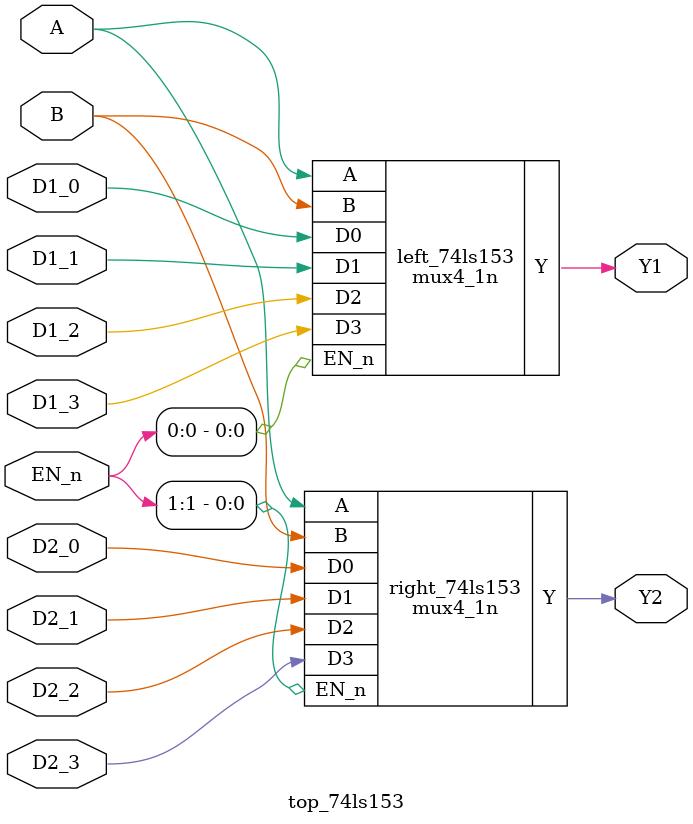
<source format=v>
`timescale 1ns/1ps

`define ASSIGN_UNPACK_ARRAY(PK_LEN, PK_WIDTH, UNPK_DEST, PK_SRC) wire [PK_LEN*PK_WIDTH-1:0] PK_IN_BUS; assign PK_IN_BUS=PK_SRC; generate genvar unpk_idx; for (unpk_idx=0; unpk_idx<PK_LEN; unpk_idx=unpk_idx+1) begin: gen_unpack assign UNPK_DEST[unpk_idx][PK_WIDTH-1:0]=PK_IN_BUS[PK_WIDTH*unpk_idx+:PK_WIDTH]; end endgenerate
`define PACK_ARRAY(PK_LEN, PK_WIDTH, UNPK_SRC) PK_OUT_BUS; wire [PK_LEN*PK_WIDTH-1:0] PK_OUT_BUS; generate genvar pk_idx; for (pk_idx=0; pk_idx<PK_LEN; pk_idx=pk_idx+1) begin: gen_pack assign PK_OUT_BUS[PK_WIDTH*pk_idx+:PK_WIDTH]=UNPK_SRC[pk_idx][PK_WIDTH-1:0]; end endgenerate

/*        _____________
        _|             |_
n_clr1 |_|1          14|_| VCC
        _|             |_                     
d1     |_|2          13|_| n_clr2
        _|             |_
clk1   |_|3          12|_| d2
        _|             |_
n_pre1 |_|4          11|_| clk2
        _|             |_
q1     |_|5          10|_| n_pre2
        _|             |_
n_q1   |_|6           9|_| q2
        _|             |_
GND    |_|7           8|_| n_q2
         |_____________|
*/

module ls74  //not used
(
	input  n_pre1, n_pre2,
	input  n_clr1, n_clr2,
	input  clk1, clk2,
	input  d1, d2,
	output reg q1, q2,
    output n_q1, n_q2
);

always @(posedge clk1 or negedge n_pre1 or negedge n_clr1) begin
	if(!n_pre1)
		q1 <= 1;
	else if(!n_clr1)
		q1 <= 0;
	else
		q1 <= d1;
end
assign n_q1 = ~q1;
	
always @(posedge clk2 or negedge n_pre2 or negedge n_clr2) begin
	if(!n_pre2)
		q2 <= 1;
	else if(!n_clr2)
		q2 <= 0;
	else
		q2 <= d2;
end
assign n_q2 = ~q2;

endmodule

//74LS107 Chip pinout:
/*     _____________
     _|             |_
1J  |_|1          14|_| VCC
     _|             |_                     
1nQ |_|2          13|_| 1nCLR
     _|             |_
1Q  |_|3          12|_| 1CK
     _|             |_
1K  |_|4          11|_| 2K
     _|             |_
2Q  |_|5          10|_| 2nCLR
     _|             |_
2nQ |_|6           9|_| 2CK
     _|             |_
GND |_|7           8|_| 2J
      |_____________|
*/

module ls107(
   input clear, 
   input clk, 
   input j, 
   input k, 
   output reg q, 
   output qnot,
	output reg q_immediate
);

assign qnot=~q;
  always @(posedge clk or negedge clear) begin
	if (!clear) q_immediate<=1'b0; else
		case ({j, k})
		2'b00: q_immediate<=q;
		2'b01: q_immediate<=1'b0;
		2'b10: q_immediate<=1'b1;
		2'b11: q_immediate<=~q;
		endcase
  end
  always @(negedge clk) begin
			q<=q_immediate;
  end
endmodule


//74LS139 Chip pinout:
/*      _____________
      _|             |_
1n_G |_|1          16|_| VCC
      _|             |_                     
1A   |_|2          15|_| 2n_G
      _|             |_
1B   |_|3          14|_| 2A
      _|             |_
1Y0  |_|4          13|_| 2B
      _|             |_
1Y1  |_|5          12|_| 2Y0
      _|             |_
1Y2  |_|6          11|_| 2Y1
      _|             |_
1Y3  |_|7          10|_| 2Y2
      _|             |_
GND  |_|8           9|_| 2Y3
       |_____________|
*/

module ls139 //used
(
	input  		 a,
    input  		 b,
  	input  		 n_g,
  	output [3:0] y
);

  assign y = (!n_g && !a && !b) ? 4'b1110:
    (!n_g && a && !b)  ? 4'b1101:
    (!n_g && !a && b)  ? 4'b1011:
    (!n_g && a && b)   ? 4'b0111:
	4'b1111;
		
endmodule



//Chip pinout:
/*       _____________  
       _|             |_
 D(3) |_|1          16|_| VCC
       _|             |_
 D(2) |_|2          15|_| D(4)
       _|             |_
 D(1) |_|3          14|_| D(5)
       _|             |_
 D(0) |_|4          13|_| D(6)
       _|             |_
   Y  |_|5          12|_| D(7)
       _|             |_
   W  |_|6          11|_| A
       _|             |_
   S  |_|7          10|_| B
       _|             |_
  GND |_|8           9|_| C
        |_____________|
*/

module ttl_74283 #(parameter WIDTH = 4, DELAY_RISE = 0, DELAY_FALL = 0) //used
(
  input [WIDTH-1:0] a,
  input [WIDTH-1:0] b,
  input c_in,
  output [WIDTH-1:0] sum,
  output c_out
);

//------------------------------------------------//
reg [WIDTH-1:0] Sum_computed;
reg C_computed;

always @(*)
begin
  {C_computed, Sum_computed} = {1'b0, a} + {1'b0, b} + c_in;
end
//------------------------------------------------//

assign #(DELAY_RISE, DELAY_FALL) sum = Sum_computed;
assign #(DELAY_RISE, DELAY_FALL) c_out = C_computed;

endmodule


module ls138x ( //used
	input  [2:0] A,
  	input		 nE1,
  	input		 nE2,	
   input		 E3,
  	output [7:0] Y
);

reg [7:0] Q;
wire trigger;
assign trigger = !nE1 & !nE2 & E3;

always @(*) begin

	 if (trigger) begin 
		case (A)
		  3'b000: Q[7:0]=8'b11111110;
		  3'b001: Q[7:0]=8'b11111101;   
		  3'b010: Q[7:0]=8'b11111011;
		  3'b011: Q[7:0]=8'b11110111;    
		  3'b100: Q[7:0]=8'b11101111;
		  3'b101: Q[7:0]=8'b11011111;
		  3'b110: Q[7:0]=8'b10111111;
		  3'b111: Q[7:0]=8'b01111111;           
		  //default: Q[7:0]=8'b11111111;
		endcase

	 end
	 else begin //
		Q[7:0] = 8'b11111111;
	 end
end

assign Y = Q;

endmodule

	



// Dual D flip-flop with set and clear; positive-edge-triggered

// Note: Preset_bar is synchronous, not asynchronous as specified in datasheet for this device,
//       in order to meet requirements for FPGA circuit design (see IceChips Technical Notes)

module ttl_7474 #(parameter BLOCKS = 2, DELAY_RISE = 0, DELAY_FALL = 0)
(
  input [BLOCKS-1:0] n_pre,
  input [BLOCKS-1:0] n_clr,
  input [BLOCKS-1:0] d,
  input [BLOCKS-1:0] clk,
  output [BLOCKS-1:0] q,
  output [BLOCKS-1:0] n_q
);

//------------------------------------------------//
reg [BLOCKS-1:0] Q_current;
reg [BLOCKS-1:0] Preset_bar_previous;

generate
  genvar i;
  for (i = 0; i < BLOCKS; i = i + 1)
  begin: gen_blocks
    always @(posedge clk[i] or negedge n_clr[i])
    begin
      if (!n_clr[i])
        Q_current[i] <= 1'b0;
      else if (!n_pre[i] && Preset_bar_previous[i])  // falling edge has occurred
        Q_current[i] <= 1'b1;
      else
      begin
        Q_current[i] <= d[i];
        Preset_bar_previous[i] <= n_pre[i];
      end
    end
  end
endgenerate
//------------------------------------------------//

assign #(DELAY_RISE, DELAY_FALL) q = Q_current;
assign #(DELAY_RISE, DELAY_FALL) n_q = ~Q_current;

endmodule

//ls175 
module ls175(
	input			nMR,
	input			clk,
	input 	[3:0]	D,
	output	[3:0]	Q,
	output	[3:0]	nQ
);

reg [3:0] latch = 4'b0;
assign Q = ~nMR ? latch : 4'b0;
assign nQ = ~nMR ? !latch : 4'b0;

always @(posedge clk)
begin
		latch = D[3:0];
end

endmodule


module mux4_1 (
    input EN_n,
    input A, B,
    input D0, D1, D2, D3,
    output Y
);

/* KEEP THE OUTPUT VALUE */
wire [1:0] S;
reg Y_reg;

assign S = {B, A};

always @(*) begin
    if (EN_n)
        Y_reg = 1'bz;
    else
        case (S)
            2'b00: Y_reg <= D0;
            2'b01: Y_reg <= D1;
            2'b10: Y_reg <= D2;
            2'b11: Y_reg <= D3;
        endcase
end

assign Y = Y_reg;

endmodule

module mux4_1n (
    input EN_n,
    input A, B,
    input D0, D1, D2, D3,
    output Y
);

/* KEEP THE OUTPUT VALUE */
wire [1:0] S;
reg Y_reg;

assign S = {B, A};

always @(*) begin
    if (EN_n)
        Y_reg <= 1'b0;
    else
        case (S)
            2'b00: Y_reg <= D0;
            2'b01: Y_reg <= D1;
            2'b10: Y_reg <= D2;
            2'b11: Y_reg <= D3;
        endcase
end

assign Y = Y_reg;

endmodule


module mux4_2n (
    input EN_n,
    input A, B,
    input  [1:0] D0, D1, D2, D3,
    output [1:0] Y
);

/* KEEP THE OUTPUT VALUE */
wire [1:0] S;
reg [1:0] Y_reg;

assign S = {B, A};

always @(*) begin
    if (EN_n)
        Y_reg <= 2'b00;
    else
        case (S)
            2'b00: Y_reg <= D0;
            2'b01: Y_reg <= D1;
            2'b10: Y_reg <= D2;
            2'b11: Y_reg <= D3;
        endcase
end

assign Y = Y_reg;

endmodule

module mux4_4n (
    input EN_n,
    input A, B,
    input [3:0] D0, D1, D2, D3,
    output [3:0] Y
);

/* KEEP THE OUTPUT VALUE */
wire [1:0] S;
reg [3:0] Y_reg;

assign S = {B, A};

always @(*) begin
    if (EN_n)
        Y_reg <= 4'b0000;
    else
        case (S)
            2'b00: Y_reg <= D0;
            2'b01: Y_reg <= D1;
            2'b10: Y_reg <= D2;
            2'b11: Y_reg <= D3;
        endcase
end

assign Y = Y_reg;

endmodule

module mux4_1x (
    input EN_n,
	 input DIS_n,
    input A, B,
    input D0, D1, D2, D3,
    output Y
);

/* KEEP THE OUTPUT VALUE */
wire [1:0] S;
reg Y_reg;
reg active;

always @(EN_n,DIS_n) begin

	if (!EN_n & DIS_n) active = 1;
	else if (!DIS_n) active =0;

end

assign S = {B, A};

always @(*) begin
    if (!active)
        Y_reg <= 1'b0;
    else
        case (S)
            2'b00: Y_reg <= D0;
            2'b01: Y_reg <= D1;
            2'b10: Y_reg <= D2;
            2'b11: Y_reg <= D3;
        endcase
end

assign Y = Y_reg;

endmodule

module top_74ls153 (
    input A, B,
    input [1:0] EN_n,
    input D1_0, D1_1, D1_2, D1_3,
    input D2_0, D2_1, D2_2, D2_3,
    output Y1, Y2
);

/* LEFT MUX 4 - 1 */
mux4_1n left_74ls153 (
    .EN_n(EN_n[0]),
    .A(A),
    .B(B),
    .D0(D1_0),
    .D1(D1_1),
    .D2(D1_2),
    .D3(D1_3),
    .Y(Y1)
);

/* RIGHT MUX 4 - 1 */
mux4_1n right_74ls153 (
    .EN_n(EN_n[1]),
    .A(A),
    .B(B),
    .D0(D2_0),
    .D1(D2_1),
    .D2(D2_2),
    .D3(D2_3),
    .Y(Y2)
);

endmodule

</source>
